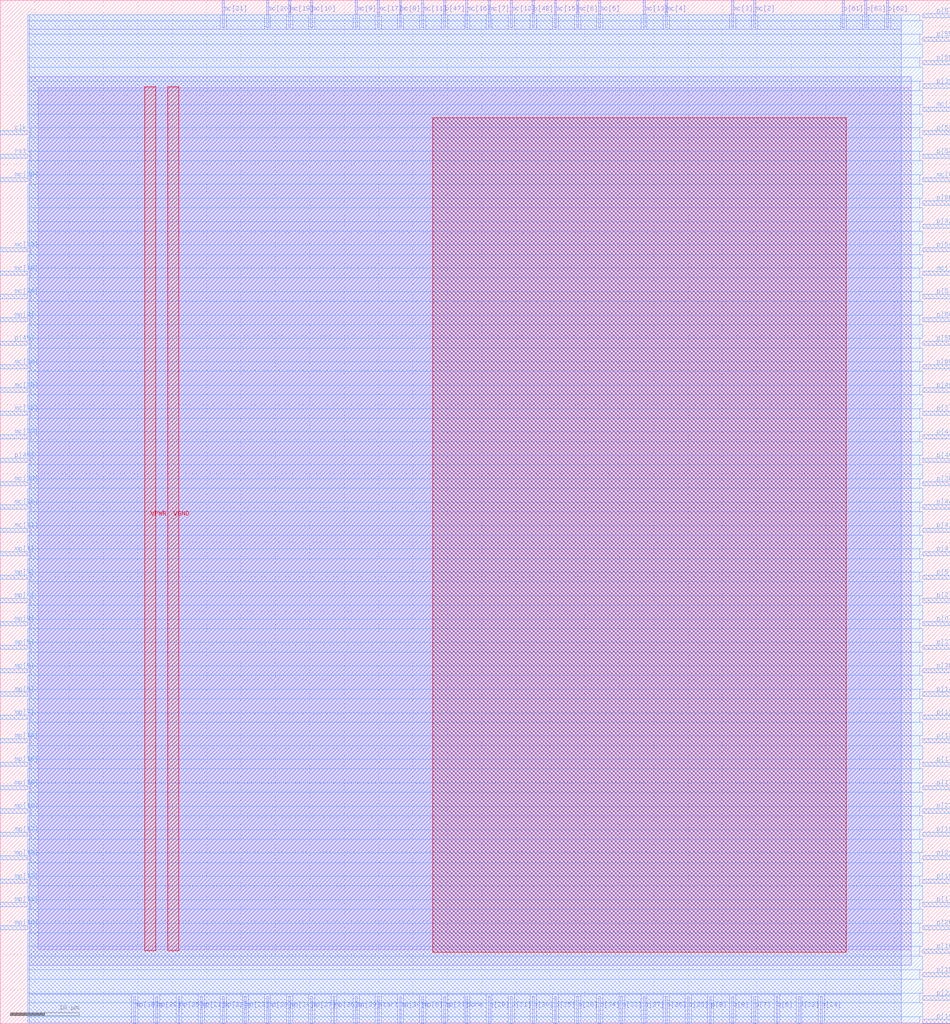
<source format=lef>
VERSION 5.7 ;
  NOWIREEXTENSIONATPIN ON ;
  DIVIDERCHAR "/" ;
  BUSBITCHARS "[]" ;
MACRO pm32
  CLASS BLOCK ;
  FOREIGN pm32 ;
  ORIGIN 0.000 0.000 ;
  SIZE 138.125 BY 148.845 ;
  PIN VGND
    DIRECTION INOUT ;
    USE GROUND ;
    PORT
      LAYER met4 ;
        RECT 24.340 10.640 25.940 136.240 ;
    END
  END VGND
  PIN VPWR
    DIRECTION INOUT ;
    USE POWER ;
    PORT
      LAYER met4 ;
        RECT 21.040 10.640 22.640 136.240 ;
    END
  END VPWR
  PIN clk
    DIRECTION INPUT ;
    USE SIGNAL ;
    ANTENNAGATEAREA 0.852000 ;
    PORT
      LAYER met3 ;
        RECT 0.000 129.240 4.000 129.840 ;
    END
  END clk
  PIN done
    DIRECTION OUTPUT ;
    USE SIGNAL ;
    ANTENNADIFFAREA 0.445500 ;
    PORT
      LAYER met2 ;
        RECT 67.710 0.000 67.990 4.000 ;
    END
  END done
  PIN mc[0]
    DIRECTION INPUT ;
    USE SIGNAL ;
    ANTENNAGATEAREA 0.196500 ;
    PORT
      LAYER met3 ;
        RECT 134.125 122.440 138.125 123.040 ;
    END
  END mc[0]
  PIN mc[10]
    DIRECTION INPUT ;
    USE SIGNAL ;
    ANTENNAGATEAREA 0.196500 ;
    PORT
      LAYER met2 ;
        RECT 45.170 144.845 45.450 148.845 ;
    END
  END mc[10]
  PIN mc[11]
    DIRECTION INPUT ;
    USE SIGNAL ;
    ANTENNAGATEAREA 0.196500 ;
    PORT
      LAYER met2 ;
        RECT 61.270 144.845 61.550 148.845 ;
    END
  END mc[11]
  PIN mc[12]
    DIRECTION INPUT ;
    USE SIGNAL ;
    ANTENNAGATEAREA 0.196500 ;
    PORT
      LAYER met2 ;
        RECT 74.150 144.845 74.430 148.845 ;
    END
  END mc[12]
  PIN mc[13]
    DIRECTION INPUT ;
    USE SIGNAL ;
    ANTENNAGATEAREA 0.196500 ;
    PORT
      LAYER met2 ;
        RECT 93.470 144.845 93.750 148.845 ;
    END
  END mc[13]
  PIN mc[14]
    DIRECTION INPUT ;
    USE SIGNAL ;
    ANTENNAGATEAREA 0.196500 ;
    PORT
      LAYER met3 ;
        RECT 134.125 108.840 138.125 109.440 ;
    END
  END mc[14]
  PIN mc[15]
    DIRECTION INPUT ;
    USE SIGNAL ;
    ANTENNAGATEAREA 0.196500 ;
    PORT
      LAYER met2 ;
        RECT 80.590 144.845 80.870 148.845 ;
    END
  END mc[15]
  PIN mc[16]
    DIRECTION INPUT ;
    USE SIGNAL ;
    ANTENNAGATEAREA 0.196500 ;
    PORT
      LAYER met2 ;
        RECT 67.710 144.845 67.990 148.845 ;
    END
  END mc[16]
  PIN mc[17]
    DIRECTION INPUT ;
    USE SIGNAL ;
    ANTENNAGATEAREA 0.196500 ;
    PORT
      LAYER met2 ;
        RECT 54.830 144.845 55.110 148.845 ;
    END
  END mc[17]
  PIN mc[18]
    DIRECTION INPUT ;
    USE SIGNAL ;
    ANTENNAGATEAREA 0.196500 ;
    PORT
      LAYER met3 ;
        RECT 0.000 108.840 4.000 109.440 ;
    END
  END mc[18]
  PIN mc[19]
    DIRECTION INPUT ;
    USE SIGNAL ;
    ANTENNAGATEAREA 0.196500 ;
    PORT
      LAYER met2 ;
        RECT 41.950 144.845 42.230 148.845 ;
    END
  END mc[19]
  PIN mc[1]
    DIRECTION INPUT ;
    USE SIGNAL ;
    ANTENNAGATEAREA 0.196500 ;
    PORT
      LAYER met3 ;
        RECT 134.125 132.640 138.125 133.240 ;
    END
  END mc[1]
  PIN mc[20]
    DIRECTION INPUT ;
    USE SIGNAL ;
    ANTENNAGATEAREA 0.196500 ;
    PORT
      LAYER met2 ;
        RECT 38.730 144.845 39.010 148.845 ;
    END
  END mc[20]
  PIN mc[21]
    DIRECTION INPUT ;
    USE SIGNAL ;
    ANTENNAGATEAREA 0.196500 ;
    PORT
      LAYER met2 ;
        RECT 32.290 144.845 32.570 148.845 ;
    END
  END mc[21]
  PIN mc[22]
    DIRECTION INPUT ;
    USE SIGNAL ;
    ANTENNAGATEAREA 0.196500 ;
    PORT
      LAYER met3 ;
        RECT 0.000 122.440 4.000 123.040 ;
    END
  END mc[22]
  PIN mc[23]
    DIRECTION INPUT ;
    USE SIGNAL ;
    ANTENNAGATEAREA 0.196500 ;
    PORT
      LAYER met3 ;
        RECT 0.000 112.240 4.000 112.840 ;
    END
  END mc[23]
  PIN mc[24]
    DIRECTION INPUT ;
    USE SIGNAL ;
    ANTENNAGATEAREA 0.196500 ;
    PORT
      LAYER met3 ;
        RECT 0.000 105.440 4.000 106.040 ;
    END
  END mc[24]
  PIN mc[25]
    DIRECTION INPUT ;
    USE SIGNAL ;
    ANTENNAGATEAREA 0.196500 ;
    PORT
      LAYER met3 ;
        RECT 0.000 91.840 4.000 92.440 ;
    END
  END mc[25]
  PIN mc[26]
    DIRECTION INPUT ;
    USE SIGNAL ;
    ANTENNAGATEAREA 0.196500 ;
    PORT
      LAYER met3 ;
        RECT 0.000 95.240 4.000 95.840 ;
    END
  END mc[26]
  PIN mc[27]
    DIRECTION INPUT ;
    USE SIGNAL ;
    ANTENNAGATEAREA 0.196500 ;
    PORT
      LAYER met3 ;
        RECT 0.000 85.040 4.000 85.640 ;
    END
  END mc[27]
  PIN mc[28]
    DIRECTION INPUT ;
    USE SIGNAL ;
    ANTENNAGATEAREA 0.196500 ;
    PORT
      LAYER met3 ;
        RECT 0.000 74.840 4.000 75.440 ;
    END
  END mc[28]
  PIN mc[29]
    DIRECTION INPUT ;
    USE SIGNAL ;
    ANTENNAGATEAREA 0.196500 ;
    PORT
      LAYER met3 ;
        RECT 0.000 78.240 4.000 78.840 ;
    END
  END mc[29]
  PIN mc[2]
    DIRECTION INPUT ;
    USE SIGNAL ;
    ANTENNAGATEAREA 0.196500 ;
    PORT
      LAYER met2 ;
        RECT 109.570 144.845 109.850 148.845 ;
    END
  END mc[2]
  PIN mc[30]
    DIRECTION INPUT ;
    USE SIGNAL ;
    ANTENNAGATEAREA 0.196500 ;
    PORT
      LAYER met3 ;
        RECT 0.000 88.440 4.000 89.040 ;
    END
  END mc[30]
  PIN mc[31]
    DIRECTION INPUT ;
    USE SIGNAL ;
    ANTENNAGATEAREA 0.196500 ;
    PORT
      LAYER met3 ;
        RECT 0.000 71.440 4.000 72.040 ;
    END
  END mc[31]
  PIN mc[3]
    DIRECTION INPUT ;
    USE SIGNAL ;
    ANTENNAGATEAREA 0.196500 ;
    PORT
      LAYER met2 ;
        RECT 106.350 144.845 106.630 148.845 ;
    END
  END mc[3]
  PIN mc[4]
    DIRECTION INPUT ;
    USE SIGNAL ;
    ANTENNAGATEAREA 0.196500 ;
    PORT
      LAYER met2 ;
        RECT 96.690 144.845 96.970 148.845 ;
    END
  END mc[4]
  PIN mc[5]
    DIRECTION INPUT ;
    USE SIGNAL ;
    ANTENNAGATEAREA 0.196500 ;
    PORT
      LAYER met2 ;
        RECT 87.030 144.845 87.310 148.845 ;
    END
  END mc[5]
  PIN mc[6]
    DIRECTION INPUT ;
    USE SIGNAL ;
    ANTENNAGATEAREA 0.196500 ;
    PORT
      LAYER met2 ;
        RECT 83.810 144.845 84.090 148.845 ;
    END
  END mc[6]
  PIN mc[7]
    DIRECTION INPUT ;
    USE SIGNAL ;
    ANTENNAGATEAREA 0.196500 ;
    PORT
      LAYER met2 ;
        RECT 70.930 144.845 71.210 148.845 ;
    END
  END mc[7]
  PIN mc[8]
    DIRECTION INPUT ;
    USE SIGNAL ;
    ANTENNAGATEAREA 0.196500 ;
    PORT
      LAYER met2 ;
        RECT 58.050 144.845 58.330 148.845 ;
    END
  END mc[8]
  PIN mc[9]
    DIRECTION INPUT ;
    USE SIGNAL ;
    ANTENNAGATEAREA 0.196500 ;
    PORT
      LAYER met2 ;
        RECT 51.610 144.845 51.890 148.845 ;
    END
  END mc[9]
  PIN mp[0]
    DIRECTION INPUT ;
    USE SIGNAL ;
    ANTENNAGATEAREA 0.196500 ;
    PORT
      LAYER met2 ;
        RECT 61.270 0.000 61.550 4.000 ;
    END
  END mp[0]
  PIN mp[10]
    DIRECTION INPUT ;
    USE SIGNAL ;
    ANTENNAGATEAREA 0.196500 ;
    PORT
      LAYER met3 ;
        RECT 0.000 13.640 4.000 14.240 ;
    END
  END mp[10]
  PIN mp[11]
    DIRECTION INPUT ;
    USE SIGNAL ;
    ANTENNAGATEAREA 0.196500 ;
    PORT
      LAYER met3 ;
        RECT 0.000 17.040 4.000 17.640 ;
    END
  END mp[11]
  PIN mp[12]
    DIRECTION INPUT ;
    USE SIGNAL ;
    ANTENNAGATEAREA 0.196500 ;
    PORT
      LAYER met3 ;
        RECT 0.000 20.440 4.000 21.040 ;
    END
  END mp[12]
  PIN mp[13]
    DIRECTION INPUT ;
    USE SIGNAL ;
    ANTENNAGATEAREA 0.196500 ;
    PORT
      LAYER met3 ;
        RECT 0.000 34.040 4.000 34.640 ;
    END
  END mp[13]
  PIN mp[14]
    DIRECTION INPUT ;
    USE SIGNAL ;
    ANTENNAGATEAREA 0.196500 ;
    PORT
      LAYER met3 ;
        RECT 0.000 40.840 4.000 41.440 ;
    END
  END mp[14]
  PIN mp[15]
    DIRECTION INPUT ;
    USE SIGNAL ;
    ANTENNAGATEAREA 0.196500 ;
    PORT
      LAYER met3 ;
        RECT 0.000 37.440 4.000 38.040 ;
    END
  END mp[15]
  PIN mp[16]
    DIRECTION INPUT ;
    USE SIGNAL ;
    ANTENNAGATEAREA 0.196500 ;
    PORT
      LAYER met3 ;
        RECT 0.000 30.640 4.000 31.240 ;
    END
  END mp[16]
  PIN mp[17]
    DIRECTION INPUT ;
    USE SIGNAL ;
    ANTENNAGATEAREA 0.196500 ;
    PORT
      LAYER met3 ;
        RECT 0.000 27.240 4.000 27.840 ;
    END
  END mp[17]
  PIN mp[18]
    DIRECTION INPUT ;
    USE SIGNAL ;
    ANTENNAGATEAREA 0.196500 ;
    PORT
      LAYER met3 ;
        RECT 0.000 23.840 4.000 24.440 ;
    END
  END mp[18]
  PIN mp[19]
    DIRECTION INPUT ;
    USE SIGNAL ;
    ANTENNAGATEAREA 0.196500 ;
    PORT
      LAYER met2 ;
        RECT 19.410 0.000 19.690 4.000 ;
    END
  END mp[19]
  PIN mp[1]
    DIRECTION INPUT ;
    USE SIGNAL ;
    ANTENNAGATEAREA 0.196500 ;
    PORT
      LAYER met3 ;
        RECT 0.000 68.040 4.000 68.640 ;
    END
  END mp[1]
  PIN mp[20]
    DIRECTION INPUT ;
    USE SIGNAL ;
    ANTENNAGATEAREA 0.196500 ;
    PORT
      LAYER met2 ;
        RECT 22.630 0.000 22.910 4.000 ;
    END
  END mp[20]
  PIN mp[21]
    DIRECTION INPUT ;
    USE SIGNAL ;
    ANTENNAGATEAREA 0.196500 ;
    PORT
      LAYER met2 ;
        RECT 29.070 0.000 29.350 4.000 ;
    END
  END mp[21]
  PIN mp[22]
    DIRECTION INPUT ;
    USE SIGNAL ;
    ANTENNAGATEAREA 0.196500 ;
    PORT
      LAYER met2 ;
        RECT 32.290 0.000 32.570 4.000 ;
    END
  END mp[22]
  PIN mp[23]
    DIRECTION INPUT ;
    USE SIGNAL ;
    ANTENNAGATEAREA 0.196500 ;
    PORT
      LAYER met2 ;
        RECT 35.510 0.000 35.790 4.000 ;
    END
  END mp[23]
  PIN mp[24]
    DIRECTION INPUT ;
    USE SIGNAL ;
    ANTENNAGATEAREA 0.196500 ;
    PORT
      LAYER met2 ;
        RECT 41.950 0.000 42.230 4.000 ;
    END
  END mp[24]
  PIN mp[25]
    DIRECTION INPUT ;
    USE SIGNAL ;
    ANTENNAGATEAREA 0.196500 ;
    PORT
      LAYER met2 ;
        RECT 25.850 0.000 26.130 4.000 ;
    END
  END mp[25]
  PIN mp[26]
    DIRECTION INPUT ;
    USE SIGNAL ;
    ANTENNAGATEAREA 0.196500 ;
    PORT
      LAYER met2 ;
        RECT 48.390 0.000 48.670 4.000 ;
    END
  END mp[26]
  PIN mp[27]
    DIRECTION INPUT ;
    USE SIGNAL ;
    ANTENNAGATEAREA 0.196500 ;
    PORT
      LAYER met2 ;
        RECT 45.170 0.000 45.450 4.000 ;
    END
  END mp[27]
  PIN mp[28]
    DIRECTION INPUT ;
    USE SIGNAL ;
    ANTENNAGATEAREA 0.196500 ;
    PORT
      LAYER met2 ;
        RECT 38.730 0.000 39.010 4.000 ;
    END
  END mp[28]
  PIN mp[29]
    DIRECTION INPUT ;
    USE SIGNAL ;
    ANTENNAGATEAREA 0.196500 ;
    PORT
      LAYER met2 ;
        RECT 51.610 0.000 51.890 4.000 ;
    END
  END mp[29]
  PIN mp[2]
    DIRECTION INPUT ;
    USE SIGNAL ;
    ANTENNAGATEAREA 0.196500 ;
    PORT
      LAYER met3 ;
        RECT 0.000 102.040 4.000 102.640 ;
    END
  END mp[2]
  PIN mp[30]
    DIRECTION INPUT ;
    USE SIGNAL ;
    ANTENNAGATEAREA 0.196500 ;
    PORT
      LAYER met2 ;
        RECT 58.050 0.000 58.330 4.000 ;
    END
  END mp[30]
  PIN mp[31]
    DIRECTION INPUT ;
    USE SIGNAL ;
    ANTENNAGATEAREA 0.196500 ;
    PORT
      LAYER met2 ;
        RECT 64.490 0.000 64.770 4.000 ;
    END
  END mp[31]
  PIN mp[3]
    DIRECTION INPUT ;
    USE SIGNAL ;
    ANTENNAGATEAREA 0.196500 ;
    PORT
      LAYER met3 ;
        RECT 0.000 64.640 4.000 65.240 ;
    END
  END mp[3]
  PIN mp[4]
    DIRECTION INPUT ;
    USE SIGNAL ;
    ANTENNAGATEAREA 0.196500 ;
    PORT
      LAYER met3 ;
        RECT 0.000 61.240 4.000 61.840 ;
    END
  END mp[4]
  PIN mp[5]
    DIRECTION INPUT ;
    USE SIGNAL ;
    ANTENNAGATEAREA 0.196500 ;
    PORT
      LAYER met3 ;
        RECT 0.000 54.440 4.000 55.040 ;
    END
  END mp[5]
  PIN mp[6]
    DIRECTION INPUT ;
    USE SIGNAL ;
    ANTENNAGATEAREA 0.196500 ;
    PORT
      LAYER met3 ;
        RECT 0.000 47.640 4.000 48.240 ;
    END
  END mp[6]
  PIN mp[7]
    DIRECTION INPUT ;
    USE SIGNAL ;
    ANTENNAGATEAREA 0.196500 ;
    PORT
      LAYER met3 ;
        RECT 0.000 44.240 4.000 44.840 ;
    END
  END mp[7]
  PIN mp[8]
    DIRECTION INPUT ;
    USE SIGNAL ;
    ANTENNAGATEAREA 0.196500 ;
    PORT
      LAYER met3 ;
        RECT 0.000 51.040 4.000 51.640 ;
    END
  END mp[8]
  PIN mp[9]
    DIRECTION INPUT ;
    USE SIGNAL ;
    ANTENNAGATEAREA 0.196500 ;
    PORT
      LAYER met3 ;
        RECT 0.000 57.840 4.000 58.440 ;
    END
  END mp[9]
  PIN p[0]
    DIRECTION OUTPUT ;
    USE SIGNAL ;
    ANTENNADIFFAREA 0.445500 ;
    PORT
      LAYER met3 ;
        RECT 134.125 57.840 138.125 58.440 ;
    END
  END p[0]
  PIN p[10]
    DIRECTION OUTPUT ;
    USE SIGNAL ;
    ANTENNADIFFAREA 0.795200 ;
    PORT
      LAYER met3 ;
        RECT 134.125 0.040 138.125 0.640 ;
    END
  END p[10]
  PIN p[11]
    DIRECTION OUTPUT ;
    USE SIGNAL ;
    ANTENNADIFFAREA 0.445500 ;
    PORT
      LAYER met3 ;
        RECT 134.125 37.440 138.125 38.040 ;
    END
  END p[11]
  PIN p[12]
    DIRECTION OUTPUT ;
    USE SIGNAL ;
    ANTENNADIFFAREA 0.445500 ;
    PORT
      LAYER met3 ;
        RECT 134.125 40.840 138.125 41.440 ;
    END
  END p[12]
  PIN p[13]
    DIRECTION OUTPUT ;
    USE SIGNAL ;
    ANTENNADIFFAREA 0.445500 ;
    PORT
      LAYER met3 ;
        RECT 134.125 44.240 138.125 44.840 ;
    END
  END p[13]
  PIN p[14]
    DIRECTION OUTPUT ;
    USE SIGNAL ;
    ANTENNADIFFAREA 0.445500 ;
    PORT
      LAYER met3 ;
        RECT 134.125 47.640 138.125 48.240 ;
    END
  END p[14]
  PIN p[15]
    DIRECTION OUTPUT ;
    USE SIGNAL ;
    ANTENNADIFFAREA 0.445500 ;
    PORT
      LAYER met3 ;
        RECT 134.125 6.840 138.125 7.440 ;
    END
  END p[15]
  PIN p[16]
    DIRECTION OUTPUT ;
    USE SIGNAL ;
    ANTENNADIFFAREA 0.445500 ;
    PORT
      LAYER met3 ;
        RECT 134.125 10.240 138.125 10.840 ;
    END
  END p[16]
  PIN p[17]
    DIRECTION OUTPUT ;
    USE SIGNAL ;
    ANTENNADIFFAREA 0.445500 ;
    PORT
      LAYER met3 ;
        RECT 134.125 34.040 138.125 34.640 ;
    END
  END p[17]
  PIN p[18]
    DIRECTION OUTPUT ;
    USE SIGNAL ;
    ANTENNADIFFAREA 0.445500 ;
    PORT
      LAYER met3 ;
        RECT 134.125 27.240 138.125 27.840 ;
    END
  END p[18]
  PIN p[19]
    DIRECTION OUTPUT ;
    USE SIGNAL ;
    ANTENNADIFFAREA 0.445500 ;
    PORT
      LAYER met3 ;
        RECT 134.125 20.440 138.125 21.040 ;
    END
  END p[19]
  PIN p[1]
    DIRECTION OUTPUT ;
    USE SIGNAL ;
    ANTENNADIFFAREA 0.445500 ;
    PORT
      LAYER met3 ;
        RECT 134.125 17.040 138.125 17.640 ;
    END
  END p[1]
  PIN p[20]
    DIRECTION OUTPUT ;
    USE SIGNAL ;
    ANTENNADIFFAREA 0.445500 ;
    PORT
      LAYER met3 ;
        RECT 134.125 13.640 138.125 14.240 ;
    END
  END p[20]
  PIN p[21]
    DIRECTION OUTPUT ;
    USE SIGNAL ;
    ANTENNADIFFAREA 0.445500 ;
    PORT
      LAYER met3 ;
        RECT 134.125 23.840 138.125 24.440 ;
    END
  END p[21]
  PIN p[22]
    DIRECTION OUTPUT ;
    USE SIGNAL ;
    ANTENNADIFFAREA 0.795200 ;
    PORT
      LAYER met3 ;
        RECT 134.125 3.440 138.125 4.040 ;
    END
  END p[22]
  PIN p[23]
    DIRECTION OUTPUT ;
    USE SIGNAL ;
    ANTENNADIFFAREA 0.445500 ;
    PORT
      LAYER met3 ;
        RECT 134.125 30.640 138.125 31.240 ;
    END
  END p[23]
  PIN p[24]
    DIRECTION OUTPUT ;
    USE SIGNAL ;
    ANTENNADIFFAREA 0.445500 ;
    PORT
      LAYER met2 ;
        RECT 119.230 0.000 119.510 4.000 ;
    END
  END p[24]
  PIN p[25]
    DIRECTION OUTPUT ;
    USE SIGNAL ;
    ANTENNADIFFAREA 0.445500 ;
    PORT
      LAYER met2 ;
        RECT 99.910 0.000 100.190 4.000 ;
    END
  END p[25]
  PIN p[26]
    DIRECTION OUTPUT ;
    USE SIGNAL ;
    ANTENNADIFFAREA 0.445500 ;
    PORT
      LAYER met2 ;
        RECT 96.690 0.000 96.970 4.000 ;
    END
  END p[26]
  PIN p[27]
    DIRECTION OUTPUT ;
    USE SIGNAL ;
    ANTENNADIFFAREA 0.445500 ;
    PORT
      LAYER met2 ;
        RECT 93.470 0.000 93.750 4.000 ;
    END
  END p[27]
  PIN p[28]
    DIRECTION OUTPUT ;
    USE SIGNAL ;
    ANTENNADIFFAREA 0.445500 ;
    PORT
      LAYER met2 ;
        RECT 83.810 0.000 84.090 4.000 ;
    END
  END p[28]
  PIN p[29]
    DIRECTION OUTPUT ;
    USE SIGNAL ;
    ANTENNADIFFAREA 0.445500 ;
    PORT
      LAYER met2 ;
        RECT 70.930 0.000 71.210 4.000 ;
    END
  END p[29]
  PIN p[2]
    DIRECTION OUTPUT ;
    USE SIGNAL ;
    ANTENNADIFFAREA 0.445500 ;
    PORT
      LAYER met3 ;
        RECT 134.125 61.240 138.125 61.840 ;
    END
  END p[2]
  PIN p[30]
    DIRECTION OUTPUT ;
    USE SIGNAL ;
    ANTENNADIFFAREA 0.445500 ;
    PORT
      LAYER met2 ;
        RECT 77.370 0.000 77.650 4.000 ;
    END
  END p[30]
  PIN p[31]
    DIRECTION OUTPUT ;
    USE SIGNAL ;
    ANTENNADIFFAREA 0.445500 ;
    PORT
      LAYER met2 ;
        RECT 74.150 0.000 74.430 4.000 ;
    END
  END p[31]
  PIN p[32]
    DIRECTION OUTPUT ;
    USE SIGNAL ;
    ANTENNADIFFAREA 0.445500 ;
    PORT
      LAYER met2 ;
        RECT 116.010 0.000 116.290 4.000 ;
    END
  END p[32]
  PIN p[33]
    DIRECTION OUTPUT ;
    USE SIGNAL ;
    ANTENNADIFFAREA 0.445500 ;
    PORT
      LAYER met2 ;
        RECT 90.250 0.000 90.530 4.000 ;
    END
  END p[33]
  PIN p[34]
    DIRECTION OUTPUT ;
    USE SIGNAL ;
    ANTENNADIFFAREA 0.445500 ;
    PORT
      LAYER met2 ;
        RECT 87.030 0.000 87.310 4.000 ;
    END
  END p[34]
  PIN p[35]
    DIRECTION OUTPUT ;
    USE SIGNAL ;
    ANTENNADIFFAREA 0.445500 ;
    PORT
      LAYER met2 ;
        RECT 80.590 0.000 80.870 4.000 ;
    END
  END p[35]
  PIN p[36]
    DIRECTION OUTPUT ;
    USE SIGNAL ;
    ANTENNADIFFAREA 0.445500 ;
    PORT
      LAYER met3 ;
        RECT 134.125 51.040 138.125 51.640 ;
    END
  END p[36]
  PIN p[37]
    DIRECTION OUTPUT ;
    USE SIGNAL ;
    ANTENNADIFFAREA 0.445500 ;
    PORT
      LAYER met3 ;
        RECT 134.125 54.440 138.125 55.040 ;
    END
  END p[37]
  PIN p[38]
    DIRECTION OUTPUT ;
    USE SIGNAL ;
    ANTENNADIFFAREA 0.445500 ;
    PORT
      LAYER met3 ;
        RECT 134.125 78.240 138.125 78.840 ;
    END
  END p[38]
  PIN p[39]
    DIRECTION OUTPUT ;
    USE SIGNAL ;
    ANTENNADIFFAREA 0.445500 ;
    PORT
      LAYER met3 ;
        RECT 134.125 136.040 138.125 136.640 ;
    END
  END p[39]
  PIN p[3]
    DIRECTION OUTPUT ;
    USE SIGNAL ;
    ANTENNADIFFAREA 0.445500 ;
    PORT
      LAYER met3 ;
        RECT 134.125 88.440 138.125 89.040 ;
    END
  END p[3]
  PIN p[40]
    DIRECTION OUTPUT ;
    USE SIGNAL ;
    ANTENNADIFFAREA 0.445500 ;
    PORT
      LAYER met3 ;
        RECT 134.125 81.640 138.125 82.240 ;
    END
  END p[40]
  PIN p[41]
    DIRECTION OUTPUT ;
    USE SIGNAL ;
    ANTENNADIFFAREA 0.445500 ;
    PORT
      LAYER met3 ;
        RECT 134.125 85.040 138.125 85.640 ;
    END
  END p[41]
  PIN p[42]
    DIRECTION OUTPUT ;
    USE SIGNAL ;
    ANTENNADIFFAREA 0.445500 ;
    PORT
      LAYER met3 ;
        RECT 134.125 115.640 138.125 116.240 ;
    END
  END p[42]
  PIN p[43]
    DIRECTION OUTPUT ;
    USE SIGNAL ;
    ANTENNADIFFAREA 0.445500 ;
    PORT
      LAYER met3 ;
        RECT 134.125 71.440 138.125 72.040 ;
    END
  END p[43]
  PIN p[44]
    DIRECTION OUTPUT ;
    USE SIGNAL ;
    ANTENNADIFFAREA 0.445500 ;
    PORT
      LAYER met3 ;
        RECT 134.125 74.840 138.125 75.440 ;
    END
  END p[44]
  PIN p[45]
    DIRECTION OUTPUT ;
    USE SIGNAL ;
    ANTENNADIFFAREA 0.445500 ;
    PORT
      LAYER met3 ;
        RECT 0.000 98.640 4.000 99.240 ;
    END
  END p[45]
  PIN p[46]
    DIRECTION OUTPUT ;
    USE SIGNAL ;
    ANTENNADIFFAREA 0.445500 ;
    PORT
      LAYER met3 ;
        RECT 0.000 81.640 4.000 82.240 ;
    END
  END p[46]
  PIN p[47]
    DIRECTION OUTPUT ;
    USE SIGNAL ;
    ANTENNADIFFAREA 0.795200 ;
    PORT
      LAYER met2 ;
        RECT 64.490 144.845 64.770 148.845 ;
    END
  END p[47]
  PIN p[48]
    DIRECTION OUTPUT ;
    USE SIGNAL ;
    ANTENNADIFFAREA 0.795200 ;
    PORT
      LAYER met2 ;
        RECT 77.370 144.845 77.650 148.845 ;
    END
  END p[48]
  PIN p[49]
    DIRECTION OUTPUT ;
    USE SIGNAL ;
    ANTENNADIFFAREA 0.445500 ;
    PORT
      LAYER met3 ;
        RECT 134.125 91.840 138.125 92.440 ;
    END
  END p[49]
  PIN p[4]
    DIRECTION OUTPUT ;
    USE SIGNAL ;
    ANTENNADIFFAREA 0.445500 ;
    PORT
      LAYER met3 ;
        RECT 134.125 68.040 138.125 68.640 ;
    END
  END p[4]
  PIN p[50]
    DIRECTION OUTPUT ;
    USE SIGNAL ;
    ANTENNADIFFAREA 0.445500 ;
    PORT
      LAYER met3 ;
        RECT 134.125 102.040 138.125 102.640 ;
    END
  END p[50]
  PIN p[51]
    DIRECTION OUTPUT ;
    USE SIGNAL ;
    ANTENNADIFFAREA 0.445500 ;
    PORT
      LAYER met3 ;
        RECT 134.125 105.440 138.125 106.040 ;
    END
  END p[51]
  PIN p[52]
    DIRECTION OUTPUT ;
    USE SIGNAL ;
    ANTENNADIFFAREA 0.445500 ;
    PORT
      LAYER met3 ;
        RECT 134.125 125.840 138.125 126.440 ;
    END
  END p[52]
  PIN p[53]
    DIRECTION OUTPUT ;
    USE SIGNAL ;
    ANTENNADIFFAREA 0.445500 ;
    PORT
      LAYER met3 ;
        RECT 134.125 129.240 138.125 129.840 ;
    END
  END p[53]
  PIN p[54]
    DIRECTION OUTPUT ;
    USE SIGNAL ;
    ANTENNADIFFAREA 0.445500 ;
    PORT
      LAYER met3 ;
        RECT 134.125 112.240 138.125 112.840 ;
    END
  END p[54]
  PIN p[55]
    DIRECTION OUTPUT ;
    USE SIGNAL ;
    ANTENNADIFFAREA 0.795200 ;
    PORT
      LAYER met3 ;
        RECT 134.125 142.840 138.125 143.440 ;
    END
  END p[55]
  PIN p[56]
    DIRECTION OUTPUT ;
    USE SIGNAL ;
    ANTENNADIFFAREA 0.445500 ;
    PORT
      LAYER met3 ;
        RECT 134.125 119.040 138.125 119.640 ;
    END
  END p[56]
  PIN p[57]
    DIRECTION OUTPUT ;
    USE SIGNAL ;
    ANTENNADIFFAREA 0.795200 ;
    PORT
      LAYER met3 ;
        RECT 134.125 146.240 138.125 146.840 ;
    END
  END p[57]
  PIN p[58]
    DIRECTION OUTPUT ;
    USE SIGNAL ;
    ANTENNADIFFAREA 0.445500 ;
    PORT
      LAYER met3 ;
        RECT 134.125 98.640 138.125 99.240 ;
    END
  END p[58]
  PIN p[59]
    DIRECTION OUTPUT ;
    USE SIGNAL ;
    ANTENNADIFFAREA 0.445500 ;
    PORT
      LAYER met3 ;
        RECT 134.125 139.440 138.125 140.040 ;
    END
  END p[59]
  PIN p[5]
    DIRECTION OUTPUT ;
    USE SIGNAL ;
    ANTENNADIFFAREA 0.445500 ;
    PORT
      LAYER met3 ;
        RECT 134.125 64.640 138.125 65.240 ;
    END
  END p[5]
  PIN p[60]
    DIRECTION OUTPUT ;
    USE SIGNAL ;
    ANTENNADIFFAREA 0.445500 ;
    PORT
      LAYER met3 ;
        RECT 134.125 95.240 138.125 95.840 ;
    END
  END p[60]
  PIN p[61]
    DIRECTION OUTPUT ;
    USE SIGNAL ;
    ANTENNADIFFAREA 0.795200 ;
    PORT
      LAYER met2 ;
        RECT 122.450 144.845 122.730 148.845 ;
    END
  END p[61]
  PIN p[62]
    DIRECTION OUTPUT ;
    USE SIGNAL ;
    ANTENNADIFFAREA 0.795200 ;
    PORT
      LAYER met2 ;
        RECT 128.890 144.845 129.170 148.845 ;
    END
  END p[62]
  PIN p[63]
    DIRECTION OUTPUT ;
    USE SIGNAL ;
    ANTENNADIFFAREA 0.795200 ;
    PORT
      LAYER met2 ;
        RECT 125.670 144.845 125.950 148.845 ;
    END
  END p[63]
  PIN p[6]
    DIRECTION OUTPUT ;
    USE SIGNAL ;
    ANTENNADIFFAREA 0.445500 ;
    PORT
      LAYER met2 ;
        RECT 112.790 0.000 113.070 4.000 ;
    END
  END p[6]
  PIN p[7]
    DIRECTION OUTPUT ;
    USE SIGNAL ;
    ANTENNADIFFAREA 0.445500 ;
    PORT
      LAYER met2 ;
        RECT 109.570 0.000 109.850 4.000 ;
    END
  END p[7]
  PIN p[8]
    DIRECTION OUTPUT ;
    USE SIGNAL ;
    ANTENNADIFFAREA 0.445500 ;
    PORT
      LAYER met2 ;
        RECT 106.350 0.000 106.630 4.000 ;
    END
  END p[8]
  PIN p[9]
    DIRECTION OUTPUT ;
    USE SIGNAL ;
    ANTENNADIFFAREA 0.445500 ;
    PORT
      LAYER met2 ;
        RECT 103.130 0.000 103.410 4.000 ;
    END
  END p[9]
  PIN rst
    DIRECTION INPUT ;
    USE SIGNAL ;
    ANTENNAGATEAREA 0.196500 ;
    PORT
      LAYER met3 ;
        RECT 0.000 125.840 4.000 126.440 ;
    END
  END rst
  PIN start
    DIRECTION INPUT ;
    USE SIGNAL ;
    ANTENNAGATEAREA 0.213000 ;
    PORT
      LAYER met2 ;
        RECT 54.830 0.000 55.110 4.000 ;
    END
  END start
  OBS
      LAYER li1 ;
        RECT 5.520 10.795 132.480 136.085 ;
      LAYER met1 ;
        RECT 4.210 8.540 132.480 137.660 ;
      LAYER met2 ;
        RECT 4.230 144.565 32.010 146.725 ;
        RECT 32.850 144.565 38.450 146.725 ;
        RECT 39.290 144.565 41.670 146.725 ;
        RECT 42.510 144.565 44.890 146.725 ;
        RECT 45.730 144.565 51.330 146.725 ;
        RECT 52.170 144.565 54.550 146.725 ;
        RECT 55.390 144.565 57.770 146.725 ;
        RECT 58.610 144.565 60.990 146.725 ;
        RECT 61.830 144.565 64.210 146.725 ;
        RECT 65.050 144.565 67.430 146.725 ;
        RECT 68.270 144.565 70.650 146.725 ;
        RECT 71.490 144.565 73.870 146.725 ;
        RECT 74.710 144.565 77.090 146.725 ;
        RECT 77.930 144.565 80.310 146.725 ;
        RECT 81.150 144.565 83.530 146.725 ;
        RECT 84.370 144.565 86.750 146.725 ;
        RECT 87.590 144.565 93.190 146.725 ;
        RECT 94.030 144.565 96.410 146.725 ;
        RECT 97.250 144.565 106.070 146.725 ;
        RECT 106.910 144.565 109.290 146.725 ;
        RECT 110.130 144.565 122.170 146.725 ;
        RECT 123.010 144.565 125.390 146.725 ;
        RECT 126.230 144.565 128.610 146.725 ;
        RECT 129.450 144.565 131.010 146.725 ;
        RECT 4.230 4.280 131.010 144.565 ;
        RECT 4.230 0.155 19.130 4.280 ;
        RECT 19.970 0.155 22.350 4.280 ;
        RECT 23.190 0.155 25.570 4.280 ;
        RECT 26.410 0.155 28.790 4.280 ;
        RECT 29.630 0.155 32.010 4.280 ;
        RECT 32.850 0.155 35.230 4.280 ;
        RECT 36.070 0.155 38.450 4.280 ;
        RECT 39.290 0.155 41.670 4.280 ;
        RECT 42.510 0.155 44.890 4.280 ;
        RECT 45.730 0.155 48.110 4.280 ;
        RECT 48.950 0.155 51.330 4.280 ;
        RECT 52.170 0.155 54.550 4.280 ;
        RECT 55.390 0.155 57.770 4.280 ;
        RECT 58.610 0.155 60.990 4.280 ;
        RECT 61.830 0.155 64.210 4.280 ;
        RECT 65.050 0.155 67.430 4.280 ;
        RECT 68.270 0.155 70.650 4.280 ;
        RECT 71.490 0.155 73.870 4.280 ;
        RECT 74.710 0.155 77.090 4.280 ;
        RECT 77.930 0.155 80.310 4.280 ;
        RECT 81.150 0.155 83.530 4.280 ;
        RECT 84.370 0.155 86.750 4.280 ;
        RECT 87.590 0.155 89.970 4.280 ;
        RECT 90.810 0.155 93.190 4.280 ;
        RECT 94.030 0.155 96.410 4.280 ;
        RECT 97.250 0.155 99.630 4.280 ;
        RECT 100.470 0.155 102.850 4.280 ;
        RECT 103.690 0.155 106.070 4.280 ;
        RECT 106.910 0.155 109.290 4.280 ;
        RECT 110.130 0.155 112.510 4.280 ;
        RECT 113.350 0.155 115.730 4.280 ;
        RECT 116.570 0.155 118.950 4.280 ;
        RECT 119.790 0.155 131.010 4.280 ;
      LAYER met3 ;
        RECT 3.990 145.840 133.725 146.705 ;
        RECT 3.990 143.840 134.125 145.840 ;
        RECT 3.990 142.440 133.725 143.840 ;
        RECT 3.990 140.440 134.125 142.440 ;
        RECT 3.990 139.040 133.725 140.440 ;
        RECT 3.990 137.040 134.125 139.040 ;
        RECT 3.990 135.640 133.725 137.040 ;
        RECT 3.990 133.640 134.125 135.640 ;
        RECT 3.990 132.240 133.725 133.640 ;
        RECT 3.990 130.240 134.125 132.240 ;
        RECT 4.400 128.840 133.725 130.240 ;
        RECT 3.990 126.840 134.125 128.840 ;
        RECT 4.400 125.440 133.725 126.840 ;
        RECT 3.990 123.440 134.125 125.440 ;
        RECT 4.400 122.040 133.725 123.440 ;
        RECT 3.990 120.040 134.125 122.040 ;
        RECT 3.990 118.640 133.725 120.040 ;
        RECT 3.990 116.640 134.125 118.640 ;
        RECT 3.990 115.240 133.725 116.640 ;
        RECT 3.990 113.240 134.125 115.240 ;
        RECT 4.400 111.840 133.725 113.240 ;
        RECT 3.990 109.840 134.125 111.840 ;
        RECT 4.400 108.440 133.725 109.840 ;
        RECT 3.990 106.440 134.125 108.440 ;
        RECT 4.400 105.040 133.725 106.440 ;
        RECT 3.990 103.040 134.125 105.040 ;
        RECT 4.400 101.640 133.725 103.040 ;
        RECT 3.990 99.640 134.125 101.640 ;
        RECT 4.400 98.240 133.725 99.640 ;
        RECT 3.990 96.240 134.125 98.240 ;
        RECT 4.400 94.840 133.725 96.240 ;
        RECT 3.990 92.840 134.125 94.840 ;
        RECT 4.400 91.440 133.725 92.840 ;
        RECT 3.990 89.440 134.125 91.440 ;
        RECT 4.400 88.040 133.725 89.440 ;
        RECT 3.990 86.040 134.125 88.040 ;
        RECT 4.400 84.640 133.725 86.040 ;
        RECT 3.990 82.640 134.125 84.640 ;
        RECT 4.400 81.240 133.725 82.640 ;
        RECT 3.990 79.240 134.125 81.240 ;
        RECT 4.400 77.840 133.725 79.240 ;
        RECT 3.990 75.840 134.125 77.840 ;
        RECT 4.400 74.440 133.725 75.840 ;
        RECT 3.990 72.440 134.125 74.440 ;
        RECT 4.400 71.040 133.725 72.440 ;
        RECT 3.990 69.040 134.125 71.040 ;
        RECT 4.400 67.640 133.725 69.040 ;
        RECT 3.990 65.640 134.125 67.640 ;
        RECT 4.400 64.240 133.725 65.640 ;
        RECT 3.990 62.240 134.125 64.240 ;
        RECT 4.400 60.840 133.725 62.240 ;
        RECT 3.990 58.840 134.125 60.840 ;
        RECT 4.400 57.440 133.725 58.840 ;
        RECT 3.990 55.440 134.125 57.440 ;
        RECT 4.400 54.040 133.725 55.440 ;
        RECT 3.990 52.040 134.125 54.040 ;
        RECT 4.400 50.640 133.725 52.040 ;
        RECT 3.990 48.640 134.125 50.640 ;
        RECT 4.400 47.240 133.725 48.640 ;
        RECT 3.990 45.240 134.125 47.240 ;
        RECT 4.400 43.840 133.725 45.240 ;
        RECT 3.990 41.840 134.125 43.840 ;
        RECT 4.400 40.440 133.725 41.840 ;
        RECT 3.990 38.440 134.125 40.440 ;
        RECT 4.400 37.040 133.725 38.440 ;
        RECT 3.990 35.040 134.125 37.040 ;
        RECT 4.400 33.640 133.725 35.040 ;
        RECT 3.990 31.640 134.125 33.640 ;
        RECT 4.400 30.240 133.725 31.640 ;
        RECT 3.990 28.240 134.125 30.240 ;
        RECT 4.400 26.840 133.725 28.240 ;
        RECT 3.990 24.840 134.125 26.840 ;
        RECT 4.400 23.440 133.725 24.840 ;
        RECT 3.990 21.440 134.125 23.440 ;
        RECT 4.400 20.040 133.725 21.440 ;
        RECT 3.990 18.040 134.125 20.040 ;
        RECT 4.400 16.640 133.725 18.040 ;
        RECT 3.990 14.640 134.125 16.640 ;
        RECT 4.400 13.240 133.725 14.640 ;
        RECT 3.990 11.240 134.125 13.240 ;
        RECT 3.990 9.840 133.725 11.240 ;
        RECT 3.990 7.840 134.125 9.840 ;
        RECT 3.990 6.440 133.725 7.840 ;
        RECT 3.990 4.440 134.125 6.440 ;
        RECT 3.990 3.040 133.725 4.440 ;
        RECT 3.990 1.040 134.125 3.040 ;
        RECT 3.990 0.175 133.725 1.040 ;
      LAYER met4 ;
        RECT 62.855 10.375 122.985 131.745 ;
  END
END pm32
END LIBRARY


</source>
